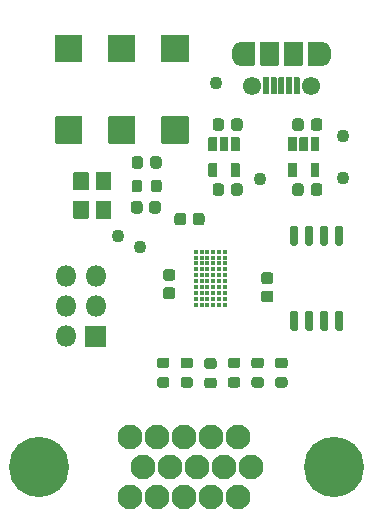
<source format=gbr>
G04 #@! TF.GenerationSoftware,KiCad,Pcbnew,5.1.10-88a1d61d58~88~ubuntu20.04.1*
G04 #@! TF.CreationDate,2021-09-24T12:37:35+02:00*
G04 #@! TF.ProjectId,carrier,63617272-6965-4722-9e6b-696361645f70,0.1*
G04 #@! TF.SameCoordinates,Original*
G04 #@! TF.FileFunction,Soldermask,Top*
G04 #@! TF.FilePolarity,Negative*
%FSLAX46Y46*%
G04 Gerber Fmt 4.6, Leading zero omitted, Abs format (unit mm)*
G04 Created by KiCad (PCBNEW 5.1.10-88a1d61d58~88~ubuntu20.04.1) date 2021-09-24 12:37:35*
%MOMM*%
%LPD*%
G01*
G04 APERTURE LIST*
%ADD10C,0.370000*%
%ADD11O,1.800000X1.800000*%
%ADD12C,2.100000*%
%ADD13C,5.100000*%
%ADD14C,1.550000*%
%ADD15O,1.300000X2.000000*%
%ADD16C,1.100000*%
G04 APERTURE END LIST*
G04 #@! TO.C,C9*
G36*
G01*
X47955000Y-81775000D02*
X48505000Y-81775000D01*
G75*
G02*
X48755000Y-82025000I0J-250000D01*
G01*
X48755000Y-82525000D01*
G75*
G02*
X48505000Y-82775000I-250000J0D01*
G01*
X47955000Y-82775000D01*
G75*
G02*
X47705000Y-82525000I0J250000D01*
G01*
X47705000Y-82025000D01*
G75*
G02*
X47955000Y-81775000I250000J0D01*
G01*
G37*
G36*
G01*
X47955000Y-80225000D02*
X48505000Y-80225000D01*
G75*
G02*
X48755000Y-80475000I0J-250000D01*
G01*
X48755000Y-80975000D01*
G75*
G02*
X48505000Y-81225000I-250000J0D01*
G01*
X47955000Y-81225000D01*
G75*
G02*
X47705000Y-80975000I0J250000D01*
G01*
X47705000Y-80475000D01*
G75*
G02*
X47955000Y-80225000I250000J0D01*
G01*
G37*
G04 #@! TD*
G04 #@! TO.C,C11*
G36*
G01*
X56813000Y-81503000D02*
X56263000Y-81503000D01*
G75*
G02*
X56013000Y-81253000I0J250000D01*
G01*
X56013000Y-80753000D01*
G75*
G02*
X56263000Y-80503000I250000J0D01*
G01*
X56813000Y-80503000D01*
G75*
G02*
X57063000Y-80753000I0J-250000D01*
G01*
X57063000Y-81253000D01*
G75*
G02*
X56813000Y-81503000I-250000J0D01*
G01*
G37*
G36*
G01*
X56813000Y-83053000D02*
X56263000Y-83053000D01*
G75*
G02*
X56013000Y-82803000I0J250000D01*
G01*
X56013000Y-82303000D01*
G75*
G02*
X56263000Y-82053000I250000J0D01*
G01*
X56813000Y-82053000D01*
G75*
G02*
X57063000Y-82303000I0J-250000D01*
G01*
X57063000Y-82803000D01*
G75*
G02*
X56813000Y-83053000I-250000J0D01*
G01*
G37*
G04 #@! TD*
D10*
G04 #@! TO.C,ASIC1*
X52980000Y-78750000D03*
X52480000Y-78750000D03*
X51980000Y-78750000D03*
X51480000Y-78750000D03*
X50980000Y-78750000D03*
X50480000Y-78750000D03*
X52980000Y-79250000D03*
X52480000Y-79250000D03*
X51980000Y-79250000D03*
X51480000Y-79250000D03*
X50980000Y-79250000D03*
X50480000Y-79250000D03*
X52980000Y-79750000D03*
X52480000Y-79750000D03*
X51980000Y-79750000D03*
X51480000Y-79750000D03*
X50980000Y-79750000D03*
X50480000Y-79750000D03*
X52980000Y-80250000D03*
X52480000Y-80250000D03*
X51980000Y-80250000D03*
X51480000Y-80250000D03*
X50980000Y-80250000D03*
X50480000Y-80250000D03*
X52980000Y-80750000D03*
X52480000Y-80750000D03*
X51980000Y-80750000D03*
X51480000Y-80750000D03*
X50980000Y-80750000D03*
X50480000Y-80750000D03*
X52980000Y-81250000D03*
X52480000Y-81250000D03*
X51980000Y-81250000D03*
X51480000Y-81250000D03*
X50980000Y-81250000D03*
X50480000Y-81250000D03*
X52980000Y-81750000D03*
X52480000Y-81750000D03*
X51980000Y-81750000D03*
X51480000Y-81750000D03*
X50980000Y-81750000D03*
X50480000Y-81750000D03*
X52980000Y-82250000D03*
X52480000Y-82250000D03*
X51980000Y-82250000D03*
X51480000Y-82250000D03*
X50980000Y-82250000D03*
X50480000Y-82250000D03*
X52980000Y-82750000D03*
X52480000Y-82750000D03*
X51980000Y-82750000D03*
X51480000Y-82750000D03*
X50980000Y-82750000D03*
X50480000Y-82750000D03*
X52980000Y-83250000D03*
X52480000Y-83250000D03*
X51980000Y-83250000D03*
X51480000Y-83250000D03*
X50980000Y-83250000D03*
X50480000Y-83250000D03*
G04 #@! TD*
G04 #@! TO.C,J1*
G36*
G01*
X42910000Y-85070000D02*
X42910000Y-86770000D01*
G75*
G02*
X42860000Y-86820000I-50000J0D01*
G01*
X41160000Y-86820000D01*
G75*
G02*
X41110000Y-86770000I0J50000D01*
G01*
X41110000Y-85070000D01*
G75*
G02*
X41160000Y-85020000I50000J0D01*
G01*
X42860000Y-85020000D01*
G75*
G02*
X42910000Y-85070000I0J-50000D01*
G01*
G37*
D11*
X39470000Y-85920000D03*
X42010000Y-83380000D03*
X39470000Y-83380000D03*
X42010000Y-80840000D03*
X39470000Y-80840000D03*
G04 #@! TD*
D12*
G04 #@! TO.C,J2*
X52911000Y-97000000D03*
X50625000Y-97000000D03*
X55197000Y-97000000D03*
X48339000Y-97000000D03*
X46053000Y-97000000D03*
X49480000Y-94460000D03*
X44908000Y-94460000D03*
X54052000Y-94460000D03*
X47194000Y-94460000D03*
X51766000Y-94460000D03*
X44908000Y-99540000D03*
X47194000Y-99540000D03*
X49480000Y-99540000D03*
X51766000Y-99540000D03*
X54052000Y-99540000D03*
D13*
X37235000Y-97000000D03*
X62225000Y-97000000D03*
G04 #@! TD*
G04 #@! TO.C,U2*
G36*
G01*
X59000000Y-78250000D02*
X58650000Y-78250000D01*
G75*
G02*
X58475000Y-78075000I0J175000D01*
G01*
X58475000Y-76725000D01*
G75*
G02*
X58650000Y-76550000I175000J0D01*
G01*
X59000000Y-76550000D01*
G75*
G02*
X59175000Y-76725000I0J-175000D01*
G01*
X59175000Y-78075000D01*
G75*
G02*
X59000000Y-78250000I-175000J0D01*
G01*
G37*
G36*
G01*
X60270000Y-78250000D02*
X59920000Y-78250000D01*
G75*
G02*
X59745000Y-78075000I0J175000D01*
G01*
X59745000Y-76725000D01*
G75*
G02*
X59920000Y-76550000I175000J0D01*
G01*
X60270000Y-76550000D01*
G75*
G02*
X60445000Y-76725000I0J-175000D01*
G01*
X60445000Y-78075000D01*
G75*
G02*
X60270000Y-78250000I-175000J0D01*
G01*
G37*
G36*
G01*
X61540000Y-78250000D02*
X61190000Y-78250000D01*
G75*
G02*
X61015000Y-78075000I0J175000D01*
G01*
X61015000Y-76725000D01*
G75*
G02*
X61190000Y-76550000I175000J0D01*
G01*
X61540000Y-76550000D01*
G75*
G02*
X61715000Y-76725000I0J-175000D01*
G01*
X61715000Y-78075000D01*
G75*
G02*
X61540000Y-78250000I-175000J0D01*
G01*
G37*
G36*
G01*
X62810000Y-78250000D02*
X62460000Y-78250000D01*
G75*
G02*
X62285000Y-78075000I0J175000D01*
G01*
X62285000Y-76725000D01*
G75*
G02*
X62460000Y-76550000I175000J0D01*
G01*
X62810000Y-76550000D01*
G75*
G02*
X62985000Y-76725000I0J-175000D01*
G01*
X62985000Y-78075000D01*
G75*
G02*
X62810000Y-78250000I-175000J0D01*
G01*
G37*
G36*
G01*
X62810000Y-85450000D02*
X62460000Y-85450000D01*
G75*
G02*
X62285000Y-85275000I0J175000D01*
G01*
X62285000Y-83925000D01*
G75*
G02*
X62460000Y-83750000I175000J0D01*
G01*
X62810000Y-83750000D01*
G75*
G02*
X62985000Y-83925000I0J-175000D01*
G01*
X62985000Y-85275000D01*
G75*
G02*
X62810000Y-85450000I-175000J0D01*
G01*
G37*
G36*
G01*
X61540000Y-85450000D02*
X61190000Y-85450000D01*
G75*
G02*
X61015000Y-85275000I0J175000D01*
G01*
X61015000Y-83925000D01*
G75*
G02*
X61190000Y-83750000I175000J0D01*
G01*
X61540000Y-83750000D01*
G75*
G02*
X61715000Y-83925000I0J-175000D01*
G01*
X61715000Y-85275000D01*
G75*
G02*
X61540000Y-85450000I-175000J0D01*
G01*
G37*
G36*
G01*
X60270000Y-85450000D02*
X59920000Y-85450000D01*
G75*
G02*
X59745000Y-85275000I0J175000D01*
G01*
X59745000Y-83925000D01*
G75*
G02*
X59920000Y-83750000I175000J0D01*
G01*
X60270000Y-83750000D01*
G75*
G02*
X60445000Y-83925000I0J-175000D01*
G01*
X60445000Y-85275000D01*
G75*
G02*
X60270000Y-85450000I-175000J0D01*
G01*
G37*
G36*
G01*
X59000000Y-85450000D02*
X58650000Y-85450000D01*
G75*
G02*
X58475000Y-85275000I0J175000D01*
G01*
X58475000Y-83925000D01*
G75*
G02*
X58650000Y-83750000I175000J0D01*
G01*
X59000000Y-83750000D01*
G75*
G02*
X59175000Y-83925000I0J-175000D01*
G01*
X59175000Y-85275000D01*
G75*
G02*
X59000000Y-85450000I-175000J0D01*
G01*
G37*
G04 #@! TD*
G04 #@! TO.C,U6*
G36*
G01*
X53505000Y-71270000D02*
X54155000Y-71270000D01*
G75*
G02*
X54205000Y-71320000I0J-50000D01*
G01*
X54205000Y-72380000D01*
G75*
G02*
X54155000Y-72430000I-50000J0D01*
G01*
X53505000Y-72430000D01*
G75*
G02*
X53455000Y-72380000I0J50000D01*
G01*
X53455000Y-71320000D01*
G75*
G02*
X53505000Y-71270000I50000J0D01*
G01*
G37*
G36*
G01*
X51605000Y-71270000D02*
X52255000Y-71270000D01*
G75*
G02*
X52305000Y-71320000I0J-50000D01*
G01*
X52305000Y-72380000D01*
G75*
G02*
X52255000Y-72430000I-50000J0D01*
G01*
X51605000Y-72430000D01*
G75*
G02*
X51555000Y-72380000I0J50000D01*
G01*
X51555000Y-71320000D01*
G75*
G02*
X51605000Y-71270000I50000J0D01*
G01*
G37*
G36*
G01*
X51605000Y-69070000D02*
X52255000Y-69070000D01*
G75*
G02*
X52305000Y-69120000I0J-50000D01*
G01*
X52305000Y-70180000D01*
G75*
G02*
X52255000Y-70230000I-50000J0D01*
G01*
X51605000Y-70230000D01*
G75*
G02*
X51555000Y-70180000I0J50000D01*
G01*
X51555000Y-69120000D01*
G75*
G02*
X51605000Y-69070000I50000J0D01*
G01*
G37*
G36*
G01*
X52555000Y-69070000D02*
X53205000Y-69070000D01*
G75*
G02*
X53255000Y-69120000I0J-50000D01*
G01*
X53255000Y-70180000D01*
G75*
G02*
X53205000Y-70230000I-50000J0D01*
G01*
X52555000Y-70230000D01*
G75*
G02*
X52505000Y-70180000I0J50000D01*
G01*
X52505000Y-69120000D01*
G75*
G02*
X52555000Y-69070000I50000J0D01*
G01*
G37*
G36*
G01*
X53505000Y-69070000D02*
X54155000Y-69070000D01*
G75*
G02*
X54205000Y-69120000I0J-50000D01*
G01*
X54205000Y-70180000D01*
G75*
G02*
X54155000Y-70230000I-50000J0D01*
G01*
X53505000Y-70230000D01*
G75*
G02*
X53455000Y-70180000I0J50000D01*
G01*
X53455000Y-69120000D01*
G75*
G02*
X53505000Y-69070000I50000J0D01*
G01*
G37*
G04 #@! TD*
G04 #@! TO.C,U5*
G36*
G01*
X60255000Y-71270000D02*
X60905000Y-71270000D01*
G75*
G02*
X60955000Y-71320000I0J-50000D01*
G01*
X60955000Y-72380000D01*
G75*
G02*
X60905000Y-72430000I-50000J0D01*
G01*
X60255000Y-72430000D01*
G75*
G02*
X60205000Y-72380000I0J50000D01*
G01*
X60205000Y-71320000D01*
G75*
G02*
X60255000Y-71270000I50000J0D01*
G01*
G37*
G36*
G01*
X58355000Y-71270000D02*
X59005000Y-71270000D01*
G75*
G02*
X59055000Y-71320000I0J-50000D01*
G01*
X59055000Y-72380000D01*
G75*
G02*
X59005000Y-72430000I-50000J0D01*
G01*
X58355000Y-72430000D01*
G75*
G02*
X58305000Y-72380000I0J50000D01*
G01*
X58305000Y-71320000D01*
G75*
G02*
X58355000Y-71270000I50000J0D01*
G01*
G37*
G36*
G01*
X58355000Y-69070000D02*
X59005000Y-69070000D01*
G75*
G02*
X59055000Y-69120000I0J-50000D01*
G01*
X59055000Y-70180000D01*
G75*
G02*
X59005000Y-70230000I-50000J0D01*
G01*
X58355000Y-70230000D01*
G75*
G02*
X58305000Y-70180000I0J50000D01*
G01*
X58305000Y-69120000D01*
G75*
G02*
X58355000Y-69070000I50000J0D01*
G01*
G37*
G36*
G01*
X59305000Y-69070000D02*
X59955000Y-69070000D01*
G75*
G02*
X60005000Y-69120000I0J-50000D01*
G01*
X60005000Y-70180000D01*
G75*
G02*
X59955000Y-70230000I-50000J0D01*
G01*
X59305000Y-70230000D01*
G75*
G02*
X59255000Y-70180000I0J50000D01*
G01*
X59255000Y-69120000D01*
G75*
G02*
X59305000Y-69070000I50000J0D01*
G01*
G37*
G36*
G01*
X60255000Y-69070000D02*
X60905000Y-69070000D01*
G75*
G02*
X60955000Y-69120000I0J-50000D01*
G01*
X60955000Y-70180000D01*
G75*
G02*
X60905000Y-70230000I-50000J0D01*
G01*
X60255000Y-70230000D01*
G75*
G02*
X60205000Y-70180000I0J50000D01*
G01*
X60205000Y-69120000D01*
G75*
G02*
X60255000Y-69070000I50000J0D01*
G01*
G37*
G04 #@! TD*
G04 #@! TO.C,C7*
G36*
G01*
X52880000Y-73218750D02*
X52880000Y-73781250D01*
G75*
G02*
X52636250Y-74025000I-243750J0D01*
G01*
X52148750Y-74025000D01*
G75*
G02*
X51905000Y-73781250I0J243750D01*
G01*
X51905000Y-73218750D01*
G75*
G02*
X52148750Y-72975000I243750J0D01*
G01*
X52636250Y-72975000D01*
G75*
G02*
X52880000Y-73218750I0J-243750D01*
G01*
G37*
G36*
G01*
X54455000Y-73218750D02*
X54455000Y-73781250D01*
G75*
G02*
X54211250Y-74025000I-243750J0D01*
G01*
X53723750Y-74025000D01*
G75*
G02*
X53480000Y-73781250I0J243750D01*
G01*
X53480000Y-73218750D01*
G75*
G02*
X53723750Y-72975000I243750J0D01*
G01*
X54211250Y-72975000D01*
G75*
G02*
X54455000Y-73218750I0J-243750D01*
G01*
G37*
G04 #@! TD*
G04 #@! TO.C,C5*
G36*
G01*
X52880000Y-67718750D02*
X52880000Y-68281250D01*
G75*
G02*
X52636250Y-68525000I-243750J0D01*
G01*
X52148750Y-68525000D01*
G75*
G02*
X51905000Y-68281250I0J243750D01*
G01*
X51905000Y-67718750D01*
G75*
G02*
X52148750Y-67475000I243750J0D01*
G01*
X52636250Y-67475000D01*
G75*
G02*
X52880000Y-67718750I0J-243750D01*
G01*
G37*
G36*
G01*
X54455000Y-67718750D02*
X54455000Y-68281250D01*
G75*
G02*
X54211250Y-68525000I-243750J0D01*
G01*
X53723750Y-68525000D01*
G75*
G02*
X53480000Y-68281250I0J243750D01*
G01*
X53480000Y-67718750D01*
G75*
G02*
X53723750Y-67475000I243750J0D01*
G01*
X54211250Y-67475000D01*
G75*
G02*
X54455000Y-67718750I0J-243750D01*
G01*
G37*
G04 #@! TD*
G04 #@! TO.C,C3*
G36*
G01*
X59630000Y-73218750D02*
X59630000Y-73781250D01*
G75*
G02*
X59386250Y-74025000I-243750J0D01*
G01*
X58898750Y-74025000D01*
G75*
G02*
X58655000Y-73781250I0J243750D01*
G01*
X58655000Y-73218750D01*
G75*
G02*
X58898750Y-72975000I243750J0D01*
G01*
X59386250Y-72975000D01*
G75*
G02*
X59630000Y-73218750I0J-243750D01*
G01*
G37*
G36*
G01*
X61205000Y-73218750D02*
X61205000Y-73781250D01*
G75*
G02*
X60961250Y-74025000I-243750J0D01*
G01*
X60473750Y-74025000D01*
G75*
G02*
X60230000Y-73781250I0J243750D01*
G01*
X60230000Y-73218750D01*
G75*
G02*
X60473750Y-72975000I243750J0D01*
G01*
X60961250Y-72975000D01*
G75*
G02*
X61205000Y-73218750I0J-243750D01*
G01*
G37*
G04 #@! TD*
G04 #@! TO.C,C1*
G36*
G01*
X59630000Y-67718750D02*
X59630000Y-68281250D01*
G75*
G02*
X59386250Y-68525000I-243750J0D01*
G01*
X58898750Y-68525000D01*
G75*
G02*
X58655000Y-68281250I0J243750D01*
G01*
X58655000Y-67718750D01*
G75*
G02*
X58898750Y-67475000I243750J0D01*
G01*
X59386250Y-67475000D01*
G75*
G02*
X59630000Y-67718750I0J-243750D01*
G01*
G37*
G36*
G01*
X61205000Y-67718750D02*
X61205000Y-68281250D01*
G75*
G02*
X60961250Y-68525000I-243750J0D01*
G01*
X60473750Y-68525000D01*
G75*
G02*
X60230000Y-68281250I0J243750D01*
G01*
X60230000Y-67718750D01*
G75*
G02*
X60473750Y-67475000I243750J0D01*
G01*
X60961250Y-67475000D01*
G75*
G02*
X61205000Y-67718750I0J-243750D01*
G01*
G37*
G04 #@! TD*
G04 #@! TO.C,C10*
G36*
G01*
X51230000Y-75725000D02*
X51230000Y-76275000D01*
G75*
G02*
X50980000Y-76525000I-250000J0D01*
G01*
X50480000Y-76525000D01*
G75*
G02*
X50230000Y-76275000I0J250000D01*
G01*
X50230000Y-75725000D01*
G75*
G02*
X50480000Y-75475000I250000J0D01*
G01*
X50980000Y-75475000D01*
G75*
G02*
X51230000Y-75725000I0J-250000D01*
G01*
G37*
G36*
G01*
X49680000Y-75725000D02*
X49680000Y-76275000D01*
G75*
G02*
X49430000Y-76525000I-250000J0D01*
G01*
X48930000Y-76525000D01*
G75*
G02*
X48680000Y-76275000I0J250000D01*
G01*
X48680000Y-75725000D01*
G75*
G02*
X48930000Y-75475000I250000J0D01*
G01*
X49430000Y-75475000D01*
G75*
G02*
X49680000Y-75725000I0J-250000D01*
G01*
G37*
G04 #@! TD*
G04 #@! TO.C,C16*
G36*
G01*
X44980000Y-75275000D02*
X44980000Y-74725000D01*
G75*
G02*
X45230000Y-74475000I250000J0D01*
G01*
X45730000Y-74475000D01*
G75*
G02*
X45980000Y-74725000I0J-250000D01*
G01*
X45980000Y-75275000D01*
G75*
G02*
X45730000Y-75525000I-250000J0D01*
G01*
X45230000Y-75525000D01*
G75*
G02*
X44980000Y-75275000I0J250000D01*
G01*
G37*
G36*
G01*
X46530000Y-75275000D02*
X46530000Y-74725000D01*
G75*
G02*
X46780000Y-74475000I250000J0D01*
G01*
X47280000Y-74475000D01*
G75*
G02*
X47530000Y-74725000I0J-250000D01*
G01*
X47530000Y-75275000D01*
G75*
G02*
X47280000Y-75525000I-250000J0D01*
G01*
X46780000Y-75525000D01*
G75*
G02*
X46530000Y-75275000I0J250000D01*
G01*
G37*
G04 #@! TD*
G04 #@! TO.C,R1*
G36*
G01*
X58030000Y-88625000D02*
X57430000Y-88625000D01*
G75*
G02*
X57205000Y-88400000I0J225000D01*
G01*
X57205000Y-87950000D01*
G75*
G02*
X57430000Y-87725000I225000J0D01*
G01*
X58030000Y-87725000D01*
G75*
G02*
X58255000Y-87950000I0J-225000D01*
G01*
X58255000Y-88400000D01*
G75*
G02*
X58030000Y-88625000I-225000J0D01*
G01*
G37*
G36*
G01*
X58030000Y-90275000D02*
X57430000Y-90275000D01*
G75*
G02*
X57205000Y-90050000I0J225000D01*
G01*
X57205000Y-89600000D01*
G75*
G02*
X57430000Y-89375000I225000J0D01*
G01*
X58030000Y-89375000D01*
G75*
G02*
X58255000Y-89600000I0J-225000D01*
G01*
X58255000Y-90050000D01*
G75*
G02*
X58030000Y-90275000I-225000J0D01*
G01*
G37*
G04 #@! TD*
G04 #@! TO.C,R2*
G36*
G01*
X56030000Y-90275000D02*
X55430000Y-90275000D01*
G75*
G02*
X55205000Y-90050000I0J225000D01*
G01*
X55205000Y-89600000D01*
G75*
G02*
X55430000Y-89375000I225000J0D01*
G01*
X56030000Y-89375000D01*
G75*
G02*
X56255000Y-89600000I0J-225000D01*
G01*
X56255000Y-90050000D01*
G75*
G02*
X56030000Y-90275000I-225000J0D01*
G01*
G37*
G36*
G01*
X56030000Y-88625000D02*
X55430000Y-88625000D01*
G75*
G02*
X55205000Y-88400000I0J225000D01*
G01*
X55205000Y-87950000D01*
G75*
G02*
X55430000Y-87725000I225000J0D01*
G01*
X56030000Y-87725000D01*
G75*
G02*
X56255000Y-87950000I0J-225000D01*
G01*
X56255000Y-88400000D01*
G75*
G02*
X56030000Y-88625000I-225000J0D01*
G01*
G37*
G04 #@! TD*
G04 #@! TO.C,R3*
G36*
G01*
X54030000Y-88625000D02*
X53430000Y-88625000D01*
G75*
G02*
X53205000Y-88400000I0J225000D01*
G01*
X53205000Y-87950000D01*
G75*
G02*
X53430000Y-87725000I225000J0D01*
G01*
X54030000Y-87725000D01*
G75*
G02*
X54255000Y-87950000I0J-225000D01*
G01*
X54255000Y-88400000D01*
G75*
G02*
X54030000Y-88625000I-225000J0D01*
G01*
G37*
G36*
G01*
X54030000Y-90275000D02*
X53430000Y-90275000D01*
G75*
G02*
X53205000Y-90050000I0J225000D01*
G01*
X53205000Y-89600000D01*
G75*
G02*
X53430000Y-89375000I225000J0D01*
G01*
X54030000Y-89375000D01*
G75*
G02*
X54255000Y-89600000I0J-225000D01*
G01*
X54255000Y-90050000D01*
G75*
G02*
X54030000Y-90275000I-225000J0D01*
G01*
G37*
G04 #@! TD*
G04 #@! TO.C,R4*
G36*
G01*
X52030000Y-90330001D02*
X51430000Y-90330001D01*
G75*
G02*
X51205000Y-90105001I0J225000D01*
G01*
X51205000Y-89655001D01*
G75*
G02*
X51430000Y-89430001I225000J0D01*
G01*
X52030000Y-89430001D01*
G75*
G02*
X52255000Y-89655001I0J-225000D01*
G01*
X52255000Y-90105001D01*
G75*
G02*
X52030000Y-90330001I-225000J0D01*
G01*
G37*
G36*
G01*
X52030000Y-88680001D02*
X51430000Y-88680001D01*
G75*
G02*
X51205000Y-88455001I0J225000D01*
G01*
X51205000Y-88005001D01*
G75*
G02*
X51430000Y-87780001I225000J0D01*
G01*
X52030000Y-87780001D01*
G75*
G02*
X52255000Y-88005001I0J-225000D01*
G01*
X52255000Y-88455001D01*
G75*
G02*
X52030000Y-88680001I-225000J0D01*
G01*
G37*
G04 #@! TD*
G04 #@! TO.C,R5*
G36*
G01*
X50030000Y-88625000D02*
X49430000Y-88625000D01*
G75*
G02*
X49205000Y-88400000I0J225000D01*
G01*
X49205000Y-87950000D01*
G75*
G02*
X49430000Y-87725000I225000J0D01*
G01*
X50030000Y-87725000D01*
G75*
G02*
X50255000Y-87950000I0J-225000D01*
G01*
X50255000Y-88400000D01*
G75*
G02*
X50030000Y-88625000I-225000J0D01*
G01*
G37*
G36*
G01*
X50030000Y-90275000D02*
X49430000Y-90275000D01*
G75*
G02*
X49205000Y-90050000I0J225000D01*
G01*
X49205000Y-89600000D01*
G75*
G02*
X49430000Y-89375000I225000J0D01*
G01*
X50030000Y-89375000D01*
G75*
G02*
X50255000Y-89600000I0J-225000D01*
G01*
X50255000Y-90050000D01*
G75*
G02*
X50030000Y-90275000I-225000J0D01*
G01*
G37*
G04 #@! TD*
G04 #@! TO.C,R6*
G36*
G01*
X48030000Y-90275000D02*
X47430000Y-90275000D01*
G75*
G02*
X47205000Y-90050000I0J225000D01*
G01*
X47205000Y-89600000D01*
G75*
G02*
X47430000Y-89375000I225000J0D01*
G01*
X48030000Y-89375000D01*
G75*
G02*
X48255000Y-89600000I0J-225000D01*
G01*
X48255000Y-90050000D01*
G75*
G02*
X48030000Y-90275000I-225000J0D01*
G01*
G37*
G36*
G01*
X48030000Y-88625000D02*
X47430000Y-88625000D01*
G75*
G02*
X47205000Y-88400000I0J225000D01*
G01*
X47205000Y-87950000D01*
G75*
G02*
X47430000Y-87725000I225000J0D01*
G01*
X48030000Y-87725000D01*
G75*
G02*
X48255000Y-87950000I0J-225000D01*
G01*
X48255000Y-88400000D01*
G75*
G02*
X48030000Y-88625000I-225000J0D01*
G01*
G37*
G04 #@! TD*
G04 #@! TO.C,J3*
G36*
G01*
X57530000Y-61050000D02*
X57530000Y-62950000D01*
G75*
G02*
X57480000Y-63000000I-50000J0D01*
G01*
X55980000Y-63000000D01*
G75*
G02*
X55930000Y-62950000I0J50000D01*
G01*
X55930000Y-61050000D01*
G75*
G02*
X55980000Y-61000000I50000J0D01*
G01*
X57480000Y-61000000D01*
G75*
G02*
X57530000Y-61050000I0J-50000D01*
G01*
G37*
D14*
X60230000Y-64700000D03*
G36*
G01*
X58630000Y-64025000D02*
X58630000Y-65375000D01*
G75*
G02*
X58580000Y-65425000I-50000J0D01*
G01*
X58180000Y-65425000D01*
G75*
G02*
X58130000Y-65375000I0J50000D01*
G01*
X58130000Y-64025000D01*
G75*
G02*
X58180000Y-63975000I50000J0D01*
G01*
X58580000Y-63975000D01*
G75*
G02*
X58630000Y-64025000I0J-50000D01*
G01*
G37*
G36*
G01*
X59280000Y-64025000D02*
X59280000Y-65375000D01*
G75*
G02*
X59230000Y-65425000I-50000J0D01*
G01*
X58830000Y-65425000D01*
G75*
G02*
X58780000Y-65375000I0J50000D01*
G01*
X58780000Y-64025000D01*
G75*
G02*
X58830000Y-63975000I50000J0D01*
G01*
X59230000Y-63975000D01*
G75*
G02*
X59280000Y-64025000I0J-50000D01*
G01*
G37*
G36*
G01*
X56680000Y-64025000D02*
X56680000Y-65375000D01*
G75*
G02*
X56630000Y-65425000I-50000J0D01*
G01*
X56230000Y-65425000D01*
G75*
G02*
X56180000Y-65375000I0J50000D01*
G01*
X56180000Y-64025000D01*
G75*
G02*
X56230000Y-63975000I50000J0D01*
G01*
X56630000Y-63975000D01*
G75*
G02*
X56680000Y-64025000I0J-50000D01*
G01*
G37*
G36*
G01*
X57330000Y-64025000D02*
X57330000Y-65375000D01*
G75*
G02*
X57280000Y-65425000I-50000J0D01*
G01*
X56880000Y-65425000D01*
G75*
G02*
X56830000Y-65375000I0J50000D01*
G01*
X56830000Y-64025000D01*
G75*
G02*
X56880000Y-63975000I50000J0D01*
G01*
X57280000Y-63975000D01*
G75*
G02*
X57330000Y-64025000I0J-50000D01*
G01*
G37*
G36*
G01*
X57980000Y-64025000D02*
X57980000Y-65375000D01*
G75*
G02*
X57930000Y-65425000I-50000J0D01*
G01*
X57530000Y-65425000D01*
G75*
G02*
X57480000Y-65375000I0J50000D01*
G01*
X57480000Y-64025000D01*
G75*
G02*
X57530000Y-63975000I50000J0D01*
G01*
X57930000Y-63975000D01*
G75*
G02*
X57980000Y-64025000I0J-50000D01*
G01*
G37*
X55230000Y-64700000D03*
G36*
G01*
X59530000Y-61050000D02*
X59530000Y-62950000D01*
G75*
G02*
X59480000Y-63000000I-50000J0D01*
G01*
X57980000Y-63000000D01*
G75*
G02*
X57930000Y-62950000I0J50000D01*
G01*
X57930000Y-61050000D01*
G75*
G02*
X57980000Y-61000000I50000J0D01*
G01*
X59480000Y-61000000D01*
G75*
G02*
X59530000Y-61050000I0J-50000D01*
G01*
G37*
D15*
X61230000Y-62000000D03*
X54230000Y-62000000D03*
G36*
G01*
X55480000Y-61050000D02*
X55480000Y-62950000D01*
G75*
G02*
X55430000Y-63000000I-50000J0D01*
G01*
X54230000Y-63000000D01*
G75*
G02*
X54180000Y-62950000I0J50000D01*
G01*
X54180000Y-61050000D01*
G75*
G02*
X54230000Y-61000000I50000J0D01*
G01*
X55430000Y-61000000D01*
G75*
G02*
X55480000Y-61050000I0J-50000D01*
G01*
G37*
G36*
G01*
X61280000Y-61050000D02*
X61280000Y-62950000D01*
G75*
G02*
X61230000Y-63000000I-50000J0D01*
G01*
X60030000Y-63000000D01*
G75*
G02*
X59980000Y-62950000I0J50000D01*
G01*
X59980000Y-61050000D01*
G75*
G02*
X60030000Y-61000000I50000J0D01*
G01*
X61230000Y-61000000D01*
G75*
G02*
X61280000Y-61050000I0J-50000D01*
G01*
G37*
G04 #@! TD*
G04 #@! TO.C,D1*
G36*
G01*
X45055000Y-71481250D02*
X45055000Y-70918750D01*
G75*
G02*
X45298750Y-70675000I243750J0D01*
G01*
X45786250Y-70675000D01*
G75*
G02*
X46030000Y-70918750I0J-243750D01*
G01*
X46030000Y-71481250D01*
G75*
G02*
X45786250Y-71725000I-243750J0D01*
G01*
X45298750Y-71725000D01*
G75*
G02*
X45055000Y-71481250I0J243750D01*
G01*
G37*
G36*
G01*
X46630000Y-71481250D02*
X46630000Y-70918750D01*
G75*
G02*
X46873750Y-70675000I243750J0D01*
G01*
X47361250Y-70675000D01*
G75*
G02*
X47605000Y-70918750I0J-243750D01*
G01*
X47605000Y-71481250D01*
G75*
G02*
X47361250Y-71725000I-243750J0D01*
G01*
X46873750Y-71725000D01*
G75*
G02*
X46630000Y-71481250I0J243750D01*
G01*
G37*
G04 #@! TD*
G04 #@! TO.C,R7*
G36*
G01*
X45055000Y-73500000D02*
X45055000Y-72900000D01*
G75*
G02*
X45280000Y-72675000I225000J0D01*
G01*
X45730000Y-72675000D01*
G75*
G02*
X45955000Y-72900000I0J-225000D01*
G01*
X45955000Y-73500000D01*
G75*
G02*
X45730000Y-73725000I-225000J0D01*
G01*
X45280000Y-73725000D01*
G75*
G02*
X45055000Y-73500000I0J225000D01*
G01*
G37*
G36*
G01*
X46705000Y-73500000D02*
X46705000Y-72900000D01*
G75*
G02*
X46930000Y-72675000I225000J0D01*
G01*
X47380000Y-72675000D01*
G75*
G02*
X47605000Y-72900000I0J-225000D01*
G01*
X47605000Y-73500000D01*
G75*
G02*
X47380000Y-73725000I-225000J0D01*
G01*
X46930000Y-73725000D01*
G75*
G02*
X46705000Y-73500000I0J225000D01*
G01*
G37*
G04 #@! TD*
G04 #@! TO.C,SW1*
G36*
G01*
X47630000Y-60400000D02*
X49830000Y-60400000D01*
G75*
G02*
X49880000Y-60450000I0J-50000D01*
G01*
X49880000Y-62650000D01*
G75*
G02*
X49830000Y-62700000I-50000J0D01*
G01*
X47630000Y-62700000D01*
G75*
G02*
X47580000Y-62650000I0J50000D01*
G01*
X47580000Y-60450000D01*
G75*
G02*
X47630000Y-60400000I50000J0D01*
G01*
G37*
G36*
G01*
X47630000Y-67300000D02*
X49830000Y-67300000D01*
G75*
G02*
X49880000Y-67350000I0J-50000D01*
G01*
X49880000Y-69550000D01*
G75*
G02*
X49830000Y-69600000I-50000J0D01*
G01*
X47630000Y-69600000D01*
G75*
G02*
X47580000Y-69550000I0J50000D01*
G01*
X47580000Y-67350000D01*
G75*
G02*
X47630000Y-67300000I50000J0D01*
G01*
G37*
G04 #@! TD*
G04 #@! TO.C,SW2*
G36*
G01*
X43130000Y-67300000D02*
X45330000Y-67300000D01*
G75*
G02*
X45380000Y-67350000I0J-50000D01*
G01*
X45380000Y-69550000D01*
G75*
G02*
X45330000Y-69600000I-50000J0D01*
G01*
X43130000Y-69600000D01*
G75*
G02*
X43080000Y-69550000I0J50000D01*
G01*
X43080000Y-67350000D01*
G75*
G02*
X43130000Y-67300000I50000J0D01*
G01*
G37*
G36*
G01*
X43130000Y-60400000D02*
X45330000Y-60400000D01*
G75*
G02*
X45380000Y-60450000I0J-50000D01*
G01*
X45380000Y-62650000D01*
G75*
G02*
X45330000Y-62700000I-50000J0D01*
G01*
X43130000Y-62700000D01*
G75*
G02*
X43080000Y-62650000I0J50000D01*
G01*
X43080000Y-60450000D01*
G75*
G02*
X43130000Y-60400000I50000J0D01*
G01*
G37*
G04 #@! TD*
G04 #@! TO.C,SW3*
G36*
G01*
X38630000Y-60400000D02*
X40830000Y-60400000D01*
G75*
G02*
X40880000Y-60450000I0J-50000D01*
G01*
X40880000Y-62650000D01*
G75*
G02*
X40830000Y-62700000I-50000J0D01*
G01*
X38630000Y-62700000D01*
G75*
G02*
X38580000Y-62650000I0J50000D01*
G01*
X38580000Y-60450000D01*
G75*
G02*
X38630000Y-60400000I50000J0D01*
G01*
G37*
G36*
G01*
X38630000Y-67300000D02*
X40830000Y-67300000D01*
G75*
G02*
X40880000Y-67350000I0J-50000D01*
G01*
X40880000Y-69550000D01*
G75*
G02*
X40830000Y-69600000I-50000J0D01*
G01*
X38630000Y-69600000D01*
G75*
G02*
X38580000Y-69550000I0J50000D01*
G01*
X38580000Y-67350000D01*
G75*
G02*
X38630000Y-67300000I50000J0D01*
G01*
G37*
G04 #@! TD*
G04 #@! TO.C,X1*
G36*
G01*
X40180000Y-72050000D02*
X41380000Y-72050000D01*
G75*
G02*
X41430000Y-72100000I0J-50000D01*
G01*
X41430000Y-73500000D01*
G75*
G02*
X41380000Y-73550000I-50000J0D01*
G01*
X40180000Y-73550000D01*
G75*
G02*
X40130000Y-73500000I0J50000D01*
G01*
X40130000Y-72100000D01*
G75*
G02*
X40180000Y-72050000I50000J0D01*
G01*
G37*
G36*
G01*
X40180000Y-74450000D02*
X41380000Y-74450000D01*
G75*
G02*
X41430000Y-74500000I0J-50000D01*
G01*
X41430000Y-75900000D01*
G75*
G02*
X41380000Y-75950000I-50000J0D01*
G01*
X40180000Y-75950000D01*
G75*
G02*
X40130000Y-75900000I0J50000D01*
G01*
X40130000Y-74500000D01*
G75*
G02*
X40180000Y-74450000I50000J0D01*
G01*
G37*
G36*
G01*
X42080000Y-74450000D02*
X43280000Y-74450000D01*
G75*
G02*
X43330000Y-74500000I0J-50000D01*
G01*
X43330000Y-75900000D01*
G75*
G02*
X43280000Y-75950000I-50000J0D01*
G01*
X42080000Y-75950000D01*
G75*
G02*
X42030000Y-75900000I0J50000D01*
G01*
X42030000Y-74500000D01*
G75*
G02*
X42080000Y-74450000I50000J0D01*
G01*
G37*
G36*
G01*
X42080000Y-72050000D02*
X43280000Y-72050000D01*
G75*
G02*
X43330000Y-72100000I0J-50000D01*
G01*
X43330000Y-73500000D01*
G75*
G02*
X43280000Y-73550000I-50000J0D01*
G01*
X42080000Y-73550000D01*
G75*
G02*
X42030000Y-73500000I0J50000D01*
G01*
X42030000Y-72100000D01*
G75*
G02*
X42080000Y-72050000I50000J0D01*
G01*
G37*
G04 #@! TD*
D16*
G04 #@! TO.C,TP1*
X45730000Y-78400000D03*
G04 #@! TD*
G04 #@! TO.C,TP6*
X43930000Y-77400000D03*
G04 #@! TD*
G04 #@! TO.C,TP9*
X62980000Y-72500000D03*
G04 #@! TD*
G04 #@! TO.C,TP10*
X62980000Y-69000000D03*
G04 #@! TD*
G04 #@! TO.C,TP11*
X55930000Y-72600000D03*
G04 #@! TD*
G04 #@! TO.C,TP12*
X52230000Y-64500000D03*
G04 #@! TD*
M02*

</source>
